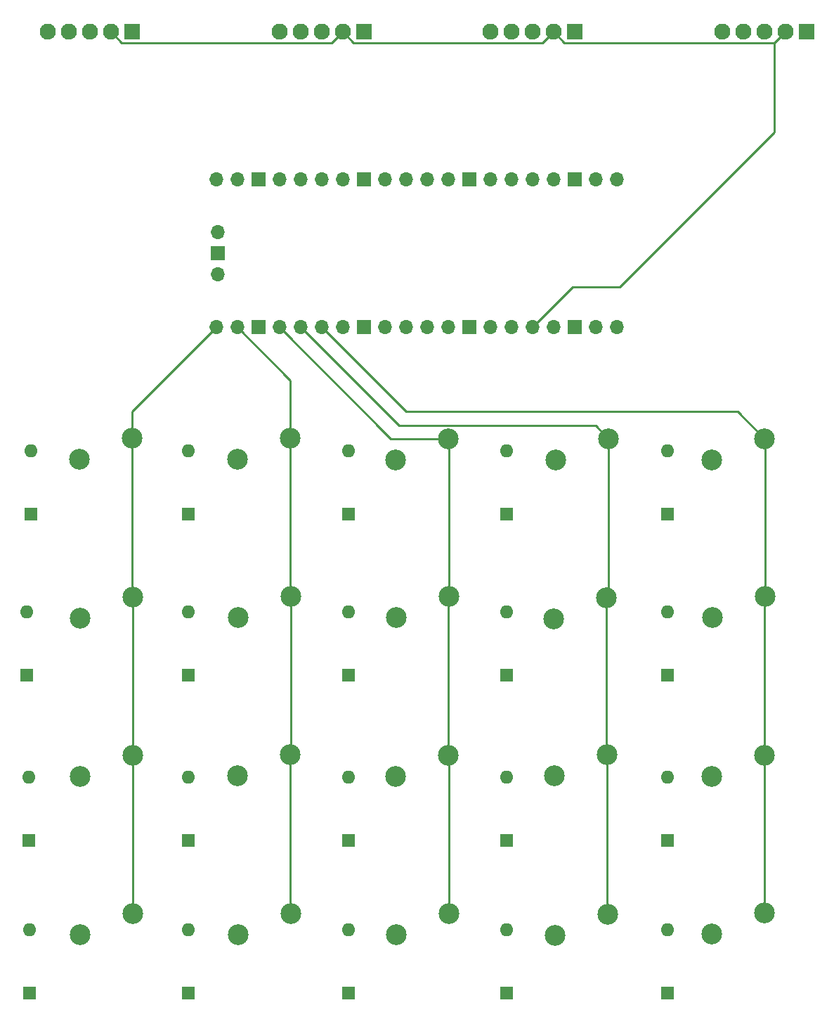
<source format=gbr>
%TF.GenerationSoftware,KiCad,Pcbnew,7.0.6*%
%TF.CreationDate,2023-08-06T21:34:40+02:00*%
%TF.ProjectId,Macropad,4d616372-6f70-4616-942e-6b696361645f,rev?*%
%TF.SameCoordinates,Original*%
%TF.FileFunction,Copper,L2,Bot*%
%TF.FilePolarity,Positive*%
%FSLAX46Y46*%
G04 Gerber Fmt 4.6, Leading zero omitted, Abs format (unit mm)*
G04 Created by KiCad (PCBNEW 7.0.6) date 2023-08-06 21:34:40*
%MOMM*%
%LPD*%
G01*
G04 APERTURE LIST*
%TA.AperFunction,ComponentPad*%
%ADD10C,1.930400*%
%TD*%
%TA.AperFunction,ComponentPad*%
%ADD11R,1.930400X1.930400*%
%TD*%
%TA.AperFunction,ComponentPad*%
%ADD12R,1.600000X1.600000*%
%TD*%
%TA.AperFunction,ComponentPad*%
%ADD13O,1.600000X1.600000*%
%TD*%
%TA.AperFunction,ComponentPad*%
%ADD14C,2.500000*%
%TD*%
%TA.AperFunction,ComponentPad*%
%ADD15O,1.700000X1.700000*%
%TD*%
%TA.AperFunction,ComponentPad*%
%ADD16R,1.700000X1.700000*%
%TD*%
%TA.AperFunction,Conductor*%
%ADD17C,0.250000*%
%TD*%
G04 APERTURE END LIST*
D10*
%TO.P,U5,CLK,CLK*%
%TO.N,Net-(U1-GPIO4)*%
X114300000Y-55880000D03*
%TO.P,U5,DT,DT*%
%TO.N,Net-(U1-GPIO3)*%
X116840000Y-55880000D03*
D11*
%TO.P,U5,GND,GND*%
%TO.N,Net-(U1-GND-Pad3)*%
X124460000Y-55880000D03*
D10*
%TO.P,U5,SW,SW*%
%TO.N,Net-(U1-GPIO2)*%
X119380000Y-55880000D03*
%TO.P,U5,VCC,VCC*%
%TO.N,Net-(U1-3V3)*%
X121920000Y-55880000D03*
%TD*%
%TO.P,U4,CLK,CLK*%
%TO.N,Net-(U1-GPIO8)*%
X86360000Y-55880000D03*
%TO.P,U4,DT,DT*%
%TO.N,Net-(U1-GPIO7)*%
X88900000Y-55880000D03*
D11*
%TO.P,U4,GND,GND*%
%TO.N,Net-(U1-GND-Pad8)*%
X96520000Y-55880000D03*
D10*
%TO.P,U4,SW,SW*%
%TO.N,Net-(U1-GPIO6)*%
X91440000Y-55880000D03*
%TO.P,U4,VCC,VCC*%
%TO.N,Net-(U1-3V3)*%
X93980000Y-55880000D03*
%TD*%
%TO.P,U3,CLK,CLK*%
%TO.N,Net-(U1-GPIO12)*%
X60960000Y-55880000D03*
%TO.P,U3,DT,DT*%
%TO.N,Net-(U1-GPIO11)*%
X63500000Y-55880000D03*
D11*
%TO.P,U3,GND,GND*%
%TO.N,Net-(U1-GND-Pad13)*%
X71120000Y-55880000D03*
D10*
%TO.P,U3,SW,SW*%
%TO.N,Net-(U1-GPIO10)*%
X66040000Y-55880000D03*
%TO.P,U3,VCC,VCC*%
%TO.N,Net-(U1-3V3)*%
X68580000Y-55880000D03*
%TD*%
%TO.P,U2,CLK,CLK*%
%TO.N,Net-(U1-GPIO15)*%
X33020000Y-55880000D03*
%TO.P,U2,DT,DT*%
%TO.N,Net-(U1-GPIO14)*%
X35560000Y-55880000D03*
D11*
%TO.P,U2,GND,GND*%
%TO.N,Net-(U1-GND-Pad18)*%
X43180000Y-55880000D03*
D10*
%TO.P,U2,SW,SW*%
%TO.N,Net-(U1-GPIO13)*%
X38100000Y-55880000D03*
%TO.P,U2,VCC,VCC*%
%TO.N,Net-(U1-3V3)*%
X40640000Y-55880000D03*
%TD*%
D12*
%TO.P,D7,1,K*%
%TO.N,Net-(D10-K)*%
X49954344Y-133350000D03*
D13*
%TO.P,D7,2,A*%
%TO.N,Net-(D7-A)*%
X49954344Y-125730000D03*
%TD*%
D14*
%TO.P,SW9,1*%
%TO.N,Net-(D9-A)*%
X94017598Y-126499436D03*
%TO.P,SW9,2*%
%TO.N,Net-(U1-GPIO19)*%
X100367598Y-123959436D03*
%TD*%
%TO.P,SW8,1*%
%TO.N,Net-(D8-A)*%
X75076367Y-126379047D03*
%TO.P,SW8,2*%
%TO.N,Net-(U1-GPIO18)*%
X81426367Y-123839047D03*
%TD*%
D12*
%TO.P,D18,1,K*%
%TO.N,Net-(D16-K)*%
X69274854Y-171569707D03*
D13*
%TO.P,D18,2,A*%
%TO.N,Net-(D18-A)*%
X69274854Y-163949707D03*
%TD*%
D14*
%TO.P,SW10,1*%
%TO.N,Net-(D10-A)*%
X113159477Y-126338917D03*
%TO.P,SW10,2*%
%TO.N,Net-(U1-GPIO20)*%
X119509477Y-123798917D03*
%TD*%
%TO.P,SW2,1*%
%TO.N,Net-(D2-A)*%
X55934488Y-107277298D03*
%TO.P,SW2,2*%
%TO.N,Net-(U1-GPIO17)*%
X62284488Y-104737298D03*
%TD*%
D12*
%TO.P,D13,1,K*%
%TO.N,Net-(D11-K)*%
X69274854Y-153202514D03*
D13*
%TO.P,D13,2,A*%
%TO.N,Net-(D13-A)*%
X69274854Y-145582514D03*
%TD*%
D12*
%TO.P,D6,1,K*%
%TO.N,Net-(D10-K)*%
X30480000Y-133350000D03*
D13*
%TO.P,D6,2,A*%
%TO.N,Net-(D6-A)*%
X30480000Y-125730000D03*
%TD*%
D12*
%TO.P,D5,1,K*%
%TO.N,Net-(D1-K)*%
X107709610Y-113950934D03*
D13*
%TO.P,D5,2,A*%
%TO.N,Net-(D5-A)*%
X107709610Y-106330934D03*
%TD*%
D14*
%TO.P,SW1,1*%
%TO.N,Net-(D1-A)*%
X36832739Y-107317427D03*
%TO.P,SW1,2*%
%TO.N,Net-(U1-GPIO16)*%
X43182739Y-104777427D03*
%TD*%
%TO.P,SW12,1*%
%TO.N,Net-(D12-A)*%
X55929848Y-145406023D03*
%TO.P,SW12,2*%
%TO.N,Net-(U1-GPIO17)*%
X62279848Y-142866023D03*
%TD*%
%TO.P,SW15,1*%
%TO.N,Net-(D15-A)*%
X113079708Y-145480720D03*
%TO.P,SW15,2*%
%TO.N,Net-(U1-GPIO20)*%
X119429708Y-142940720D03*
%TD*%
D12*
%TO.P,D14,1,K*%
%TO.N,Net-(D11-K)*%
X88314966Y-153202514D03*
D13*
%TO.P,D14,2,A*%
%TO.N,Net-(D14-A)*%
X88314966Y-145582514D03*
%TD*%
D12*
%TO.P,D16,1,K*%
%TO.N,Net-(D16-K)*%
X30840100Y-171569707D03*
D13*
%TO.P,D16,2,A*%
%TO.N,Net-(D16-A)*%
X30840100Y-163949707D03*
%TD*%
D15*
%TO.P,U1,1,GPIO0*%
%TO.N,unconnected-(U1-GPIO0-Pad1)*%
X101600000Y-73660000D03*
%TO.P,U1,2,GPIO1*%
%TO.N,unconnected-(U1-GPIO1-Pad2)*%
X99060000Y-73660000D03*
D16*
%TO.P,U1,3,GND*%
%TO.N,Net-(U1-GND-Pad3)*%
X96520000Y-73660000D03*
D15*
%TO.P,U1,4,GPIO2*%
%TO.N,Net-(U1-GPIO2)*%
X93980000Y-73660000D03*
%TO.P,U1,5,GPIO3*%
%TO.N,Net-(U1-GPIO3)*%
X91440000Y-73660000D03*
%TO.P,U1,6,GPIO4*%
%TO.N,Net-(U1-GPIO4)*%
X88900000Y-73660000D03*
%TO.P,U1,7,GPIO5*%
%TO.N,unconnected-(U1-GPIO5-Pad7)*%
X86360000Y-73660000D03*
D16*
%TO.P,U1,8,GND*%
%TO.N,Net-(U1-GND-Pad8)*%
X83820000Y-73660000D03*
D15*
%TO.P,U1,9,GPIO6*%
%TO.N,Net-(U1-GPIO6)*%
X81280000Y-73660000D03*
%TO.P,U1,10,GPIO7*%
%TO.N,Net-(U1-GPIO7)*%
X78740000Y-73660000D03*
%TO.P,U1,11,GPIO8*%
%TO.N,Net-(U1-GPIO8)*%
X76200000Y-73660000D03*
%TO.P,U1,12,GPIO9*%
%TO.N,unconnected-(U1-GPIO9-Pad12)*%
X73660000Y-73660000D03*
D16*
%TO.P,U1,13,GND*%
%TO.N,Net-(U1-GND-Pad13)*%
X71120000Y-73660000D03*
D15*
%TO.P,U1,14,GPIO10*%
%TO.N,Net-(U1-GPIO10)*%
X68580000Y-73660000D03*
%TO.P,U1,15,GPIO11*%
%TO.N,Net-(U1-GPIO11)*%
X66040000Y-73660000D03*
%TO.P,U1,16,GPIO12*%
%TO.N,Net-(U1-GPIO12)*%
X63500000Y-73660000D03*
%TO.P,U1,17,GPIO13*%
%TO.N,Net-(U1-GPIO13)*%
X60960000Y-73660000D03*
D16*
%TO.P,U1,18,GND*%
%TO.N,Net-(U1-GND-Pad18)*%
X58420000Y-73660000D03*
D15*
%TO.P,U1,19,GPIO14*%
%TO.N,Net-(U1-GPIO14)*%
X55880000Y-73660000D03*
%TO.P,U1,20,GPIO15*%
%TO.N,Net-(U1-GPIO15)*%
X53340000Y-73660000D03*
%TO.P,U1,21,GPIO16*%
%TO.N,Net-(U1-GPIO16)*%
X53340000Y-91440000D03*
%TO.P,U1,22,GPIO17*%
%TO.N,Net-(U1-GPIO17)*%
X55880000Y-91440000D03*
D16*
%TO.P,U1,23,GND*%
%TO.N,unconnected-(U1-GND-Pad23)*%
X58420000Y-91440000D03*
D15*
%TO.P,U1,24,GPIO18*%
%TO.N,Net-(U1-GPIO18)*%
X60960000Y-91440000D03*
%TO.P,U1,25,GPIO19*%
%TO.N,Net-(U1-GPIO19)*%
X63500000Y-91440000D03*
%TO.P,U1,26,GPIO20*%
%TO.N,Net-(U1-GPIO20)*%
X66040000Y-91440000D03*
%TO.P,U1,27,GPIO21*%
%TO.N,unconnected-(U1-GPIO21-Pad27)*%
X68580000Y-91440000D03*
D16*
%TO.P,U1,28,GND*%
%TO.N,unconnected-(U1-GND-Pad28)*%
X71120000Y-91440000D03*
D15*
%TO.P,U1,29,GPIO22*%
%TO.N,Net-(D1-K)*%
X73660000Y-91440000D03*
%TO.P,U1,30,RUN*%
%TO.N,unconnected-(U1-RUN-Pad30)*%
X76200000Y-91440000D03*
%TO.P,U1,31,GPIO26_ADC0*%
%TO.N,Net-(D10-K)*%
X78740000Y-91440000D03*
%TO.P,U1,32,GPIO27_ADC1*%
%TO.N,Net-(D11-K)*%
X81280000Y-91440000D03*
D16*
%TO.P,U1,33,AGND*%
%TO.N,unconnected-(U1-AGND-Pad33)*%
X83820000Y-91440000D03*
D15*
%TO.P,U1,34,GPIO28_ADC2*%
%TO.N,Net-(D16-K)*%
X86360000Y-91440000D03*
%TO.P,U1,35,ADC_VREF*%
%TO.N,unconnected-(U1-ADC_VREF-Pad35)*%
X88900000Y-91440000D03*
%TO.P,U1,36,3V3*%
%TO.N,Net-(U1-3V3)*%
X91440000Y-91440000D03*
%TO.P,U1,37,3V3_EN*%
%TO.N,unconnected-(U1-3V3_EN-Pad37)*%
X93980000Y-91440000D03*
D16*
%TO.P,U1,38,GND*%
%TO.N,unconnected-(U1-GND-Pad38)*%
X96520000Y-91440000D03*
D15*
%TO.P,U1,39,VSYS*%
%TO.N,unconnected-(U1-VSYS-Pad39)*%
X99060000Y-91440000D03*
%TO.P,U1,40,VBUS*%
%TO.N,unconnected-(U1-VBUS-Pad40)*%
X101600000Y-91440000D03*
%TO.P,U1,41,SWCLK*%
%TO.N,unconnected-(U1-SWCLK-Pad41)*%
X53570000Y-80010000D03*
D16*
%TO.P,U1,42,GND*%
%TO.N,unconnected-(U1-GND-Pad42)*%
X53570000Y-82550000D03*
D15*
%TO.P,U1,43,SWDIO*%
%TO.N,unconnected-(U1-SWDIO-Pad43)*%
X53570000Y-85090000D03*
%TD*%
D12*
%TO.P,D17,1,K*%
%TO.N,Net-(D16-K)*%
X49954344Y-171569707D03*
D13*
%TO.P,D17,2,A*%
%TO.N,Net-(D17-A)*%
X49954344Y-163949707D03*
%TD*%
D14*
%TO.P,SW17,1*%
%TO.N,Net-(D17-A)*%
X55962583Y-164554658D03*
%TO.P,SW17,2*%
%TO.N,Net-(U1-GPIO17)*%
X62312583Y-162014658D03*
%TD*%
D12*
%TO.P,D2,1,K*%
%TO.N,Net-(D1-K)*%
X49954344Y-113950934D03*
D13*
%TO.P,D2,2,A*%
%TO.N,Net-(D2-A)*%
X49954344Y-106330934D03*
%TD*%
D14*
%TO.P,SW6,1*%
%TO.N,Net-(D6-A)*%
X36953128Y-126419177D03*
%TO.P,SW6,2*%
%TO.N,Net-(U1-GPIO16)*%
X43303128Y-123879177D03*
%TD*%
%TO.P,SW18,1*%
%TO.N,Net-(D18-A)*%
X75038354Y-164526356D03*
%TO.P,SW18,2*%
%TO.N,Net-(U1-GPIO18)*%
X81388354Y-161986356D03*
%TD*%
%TO.P,SW13,1*%
%TO.N,Net-(D13-A)*%
X74989136Y-145482270D03*
%TO.P,SW13,2*%
%TO.N,Net-(U1-GPIO18)*%
X81339136Y-142942270D03*
%TD*%
%TO.P,SW4,1*%
%TO.N,Net-(D4-A)*%
X94255837Y-107376061D03*
%TO.P,SW4,2*%
%TO.N,Net-(U1-GPIO19)*%
X100605837Y-104836061D03*
%TD*%
D12*
%TO.P,D1,1,K*%
%TO.N,Net-(D1-K)*%
X31019637Y-113950934D03*
D13*
%TO.P,D1,2,A*%
%TO.N,Net-(D1-A)*%
X31019637Y-106330934D03*
%TD*%
D14*
%TO.P,SW7,1*%
%TO.N,Net-(D7-A)*%
X55960467Y-126367220D03*
%TO.P,SW7,2*%
%TO.N,Net-(U1-GPIO17)*%
X62310467Y-123827220D03*
%TD*%
%TO.P,SW16,1*%
%TO.N,Net-(D16-A)*%
X36915114Y-164526356D03*
%TO.P,SW16,2*%
%TO.N,Net-(U1-GPIO16)*%
X43265114Y-161986356D03*
%TD*%
%TO.P,SW14,1*%
%TO.N,Net-(D14-A)*%
X94118413Y-145447279D03*
%TO.P,SW14,2*%
%TO.N,Net-(U1-GPIO19)*%
X100468413Y-142907279D03*
%TD*%
D12*
%TO.P,D19,1,K*%
%TO.N,Net-(D16-K)*%
X88314966Y-171569707D03*
D13*
%TO.P,D19,2,A*%
%TO.N,Net-(D19-A)*%
X88314966Y-163949707D03*
%TD*%
D14*
%TO.P,SW20,1*%
%TO.N,Net-(D20-A)*%
X113041204Y-164446097D03*
%TO.P,SW20,2*%
%TO.N,Net-(U1-GPIO20)*%
X119391204Y-161906097D03*
%TD*%
D12*
%TO.P,D10,1,K*%
%TO.N,Net-(D10-K)*%
X107709610Y-133350000D03*
D13*
%TO.P,D10,2,A*%
%TO.N,Net-(D10-A)*%
X107709610Y-125730000D03*
%TD*%
D12*
%TO.P,D3,1,K*%
%TO.N,Net-(D1-K)*%
X69274854Y-113950934D03*
D13*
%TO.P,D3,2,A*%
%TO.N,Net-(D3-A)*%
X69274854Y-106330934D03*
%TD*%
D12*
%TO.P,D8,1,K*%
%TO.N,Net-(D10-K)*%
X69274854Y-133350000D03*
D13*
%TO.P,D8,2,A*%
%TO.N,Net-(D8-A)*%
X69274854Y-125730000D03*
%TD*%
D14*
%TO.P,SW3,1*%
%TO.N,Net-(D3-A)*%
X74955978Y-107397687D03*
%TO.P,SW3,2*%
%TO.N,Net-(U1-GPIO18)*%
X81305978Y-104857687D03*
%TD*%
D12*
%TO.P,D20,1,K*%
%TO.N,Net-(D16-K)*%
X107709610Y-171569707D03*
D13*
%TO.P,D20,2,A*%
%TO.N,Net-(D20-A)*%
X107709610Y-163949707D03*
%TD*%
D14*
%TO.P,SW11,1*%
%TO.N,Net-(D11-A)*%
X36956514Y-145502335D03*
%TO.P,SW11,2*%
%TO.N,Net-(U1-GPIO16)*%
X43306514Y-142962335D03*
%TD*%
D12*
%TO.P,D15,1,K*%
%TO.N,Net-(D11-K)*%
X107709610Y-153202514D03*
D13*
%TO.P,D15,2,A*%
%TO.N,Net-(D15-A)*%
X107709610Y-145582514D03*
%TD*%
D12*
%TO.P,D12,1,K*%
%TO.N,Net-(D11-K)*%
X49954344Y-153202514D03*
D13*
%TO.P,D12,2,A*%
%TO.N,Net-(D12-A)*%
X49954344Y-145582514D03*
%TD*%
D14*
%TO.P,SW19,1*%
%TO.N,Net-(D19-A)*%
X94140103Y-164606615D03*
%TO.P,SW19,2*%
%TO.N,Net-(U1-GPIO19)*%
X100490103Y-162066615D03*
%TD*%
%TO.P,SW5,1*%
%TO.N,Net-(D5-A)*%
X113094335Y-107433847D03*
%TO.P,SW5,2*%
%TO.N,Net-(U1-GPIO20)*%
X119444335Y-104893847D03*
%TD*%
D12*
%TO.P,D11,1,K*%
%TO.N,Net-(D11-K)*%
X30779655Y-153202514D03*
D13*
%TO.P,D11,2,A*%
%TO.N,Net-(D11-A)*%
X30779655Y-145582514D03*
%TD*%
D12*
%TO.P,D4,1,K*%
%TO.N,Net-(D1-K)*%
X88314966Y-113950934D03*
D13*
%TO.P,D4,2,A*%
%TO.N,Net-(D4-A)*%
X88314966Y-106330934D03*
%TD*%
D12*
%TO.P,D9,1,K*%
%TO.N,Net-(D10-K)*%
X88314966Y-133350000D03*
D13*
%TO.P,D9,2,A*%
%TO.N,Net-(D9-A)*%
X88314966Y-125730000D03*
%TD*%
D17*
%TO.N,Net-(U1-3V3)*%
X91440000Y-91440000D02*
X96330000Y-86550000D01*
X96330000Y-86550000D02*
X101998122Y-86550000D01*
X101998122Y-86550000D02*
X120629800Y-67918322D01*
X120629800Y-67918322D02*
X120629800Y-57170200D01*
X93980000Y-55880000D02*
X95270200Y-57170200D01*
X95270200Y-57170200D02*
X120629800Y-57170200D01*
X120629800Y-57170200D02*
X121920000Y-55880000D01*
X68580000Y-55880000D02*
X69870200Y-57170200D01*
X92689800Y-57170200D02*
X93980000Y-55880000D01*
X69870200Y-57170200D02*
X92689800Y-57170200D01*
X40640000Y-55880000D02*
X41930200Y-57170200D01*
X67289800Y-57170200D02*
X68580000Y-55880000D01*
X41930200Y-57170200D02*
X67289800Y-57170200D01*
%TO.N,Net-(U1-GPIO20)*%
X119444335Y-104893847D02*
X116150488Y-101600000D01*
X116150488Y-101600000D02*
X76200000Y-101600000D01*
X76200000Y-101600000D02*
X66040000Y-91440000D01*
%TO.N,Net-(U1-GPIO19)*%
X100605837Y-104836061D02*
X99052463Y-103282687D01*
X99052463Y-103282687D02*
X75342687Y-103282687D01*
X75342687Y-103282687D02*
X63500000Y-91440000D01*
%TO.N,Net-(U1-GPIO18)*%
X81305978Y-104857687D02*
X74377687Y-104857687D01*
X74377687Y-104857687D02*
X60960000Y-91440000D01*
%TO.N,Net-(U1-GPIO17)*%
X62284488Y-104737298D02*
X62284488Y-97844488D01*
X62284488Y-97844488D02*
X55880000Y-91440000D01*
%TO.N,Net-(U1-GPIO16)*%
X43182739Y-104777427D02*
X43182739Y-101597261D01*
X43182739Y-101597261D02*
X53340000Y-91440000D01*
%TO.N,Net-(U1-GPIO20)*%
X119509477Y-123798917D02*
X119509477Y-104958989D01*
X119509477Y-104958989D02*
X119444335Y-104893847D01*
X119429708Y-142940720D02*
X119429708Y-123878686D01*
X119429708Y-123878686D02*
X119509477Y-123798917D01*
X119391204Y-161906097D02*
X119391204Y-142979224D01*
X119391204Y-142979224D02*
X119429708Y-142940720D01*
%TO.N,Net-(U1-GPIO19)*%
X100468413Y-142907279D02*
X100468413Y-162044925D01*
X100468413Y-162044925D02*
X100490103Y-162066615D01*
X100367598Y-123959436D02*
X100367598Y-142806464D01*
X100367598Y-142806464D02*
X100468413Y-142907279D01*
X100605837Y-104836061D02*
X100605837Y-123721197D01*
X100605837Y-123721197D02*
X100367598Y-123959436D01*
%TO.N,Net-(U1-GPIO18)*%
X81426367Y-123839047D02*
X81426367Y-104978076D01*
X81426367Y-104978076D02*
X81305978Y-104857687D01*
X81339136Y-142942270D02*
X81339136Y-123926278D01*
X81339136Y-123926278D02*
X81426367Y-123839047D01*
X81388354Y-161986356D02*
X81388354Y-142991488D01*
X81388354Y-142991488D02*
X81339136Y-142942270D01*
%TO.N,Net-(U1-GPIO17)*%
X62279848Y-142866023D02*
X62279848Y-161981923D01*
X62279848Y-161981923D02*
X62312583Y-162014658D01*
X62310467Y-123827220D02*
X62310467Y-142835404D01*
X62310467Y-142835404D02*
X62279848Y-142866023D01*
X62284488Y-104737298D02*
X62284488Y-123801241D01*
X62284488Y-123801241D02*
X62310467Y-123827220D01*
%TO.N,Net-(U1-GPIO16)*%
X43306514Y-142962335D02*
X43306514Y-161944956D01*
X43306514Y-161944956D02*
X43265114Y-161986356D01*
X43303128Y-123879177D02*
X43303128Y-142958949D01*
X43303128Y-142958949D02*
X43306514Y-142962335D01*
X43182739Y-104777427D02*
X43182739Y-123758788D01*
X43182739Y-123758788D02*
X43303128Y-123879177D01*
%TD*%
M02*

</source>
